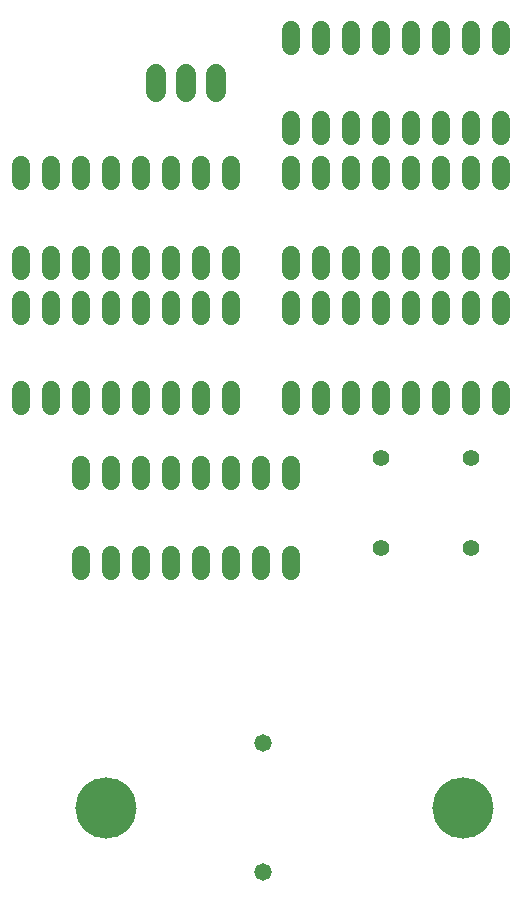
<source format=gbr>
G04 EAGLE Gerber RS-274X export*
G75*
%MOMM*%
%FSLAX34Y34*%
%LPD*%
%INSoldermask Bottom*%
%IPPOS*%
%AMOC8*
5,1,8,0,0,1.08239X$1,22.5*%
G01*
%ADD10C,1.524000*%
%ADD11C,1.727200*%
%ADD12C,1.473200*%
%ADD13C,5.181600*%
%ADD14C,1.411200*%


D10*
X-508000Y399796D02*
X-508000Y413004D01*
X-482600Y413004D02*
X-482600Y399796D01*
X-355600Y399796D02*
X-355600Y413004D01*
X-330200Y413004D02*
X-330200Y399796D01*
X-457200Y399796D02*
X-457200Y413004D01*
X-431800Y413004D02*
X-431800Y399796D01*
X-381000Y399796D02*
X-381000Y413004D01*
X-406400Y413004D02*
X-406400Y399796D01*
X-330200Y475996D02*
X-330200Y489204D01*
X-355600Y489204D02*
X-355600Y475996D01*
X-381000Y475996D02*
X-381000Y489204D01*
X-406400Y489204D02*
X-406400Y475996D01*
X-431800Y475996D02*
X-431800Y489204D01*
X-457200Y489204D02*
X-457200Y475996D01*
X-482600Y475996D02*
X-482600Y489204D01*
X-508000Y489204D02*
X-508000Y475996D01*
X-330200Y539496D02*
X-330200Y552704D01*
X-304800Y552704D02*
X-304800Y539496D01*
X-177800Y539496D02*
X-177800Y552704D01*
X-152400Y552704D02*
X-152400Y539496D01*
X-279400Y539496D02*
X-279400Y552704D01*
X-254000Y552704D02*
X-254000Y539496D01*
X-203200Y539496D02*
X-203200Y552704D01*
X-228600Y552704D02*
X-228600Y539496D01*
X-152400Y615696D02*
X-152400Y628904D01*
X-177800Y628904D02*
X-177800Y615696D01*
X-203200Y615696D02*
X-203200Y628904D01*
X-228600Y628904D02*
X-228600Y615696D01*
X-254000Y615696D02*
X-254000Y628904D01*
X-279400Y628904D02*
X-279400Y615696D01*
X-304800Y615696D02*
X-304800Y628904D01*
X-330200Y628904D02*
X-330200Y615696D01*
X-558800Y552704D02*
X-558800Y539496D01*
X-533400Y539496D02*
X-533400Y552704D01*
X-406400Y552704D02*
X-406400Y539496D01*
X-381000Y539496D02*
X-381000Y552704D01*
X-508000Y552704D02*
X-508000Y539496D01*
X-482600Y539496D02*
X-482600Y552704D01*
X-431800Y552704D02*
X-431800Y539496D01*
X-457200Y539496D02*
X-457200Y552704D01*
X-381000Y615696D02*
X-381000Y628904D01*
X-406400Y628904D02*
X-406400Y615696D01*
X-431800Y615696D02*
X-431800Y628904D01*
X-457200Y628904D02*
X-457200Y615696D01*
X-482600Y615696D02*
X-482600Y628904D01*
X-508000Y628904D02*
X-508000Y615696D01*
X-533400Y615696D02*
X-533400Y628904D01*
X-558800Y628904D02*
X-558800Y615696D01*
X-330200Y653796D02*
X-330200Y667004D01*
X-304800Y667004D02*
X-304800Y653796D01*
X-177800Y653796D02*
X-177800Y667004D01*
X-152400Y667004D02*
X-152400Y653796D01*
X-279400Y653796D02*
X-279400Y667004D01*
X-254000Y667004D02*
X-254000Y653796D01*
X-203200Y653796D02*
X-203200Y667004D01*
X-228600Y667004D02*
X-228600Y653796D01*
X-152400Y729996D02*
X-152400Y743204D01*
X-177800Y743204D02*
X-177800Y729996D01*
X-203200Y729996D02*
X-203200Y743204D01*
X-228600Y743204D02*
X-228600Y729996D01*
X-254000Y729996D02*
X-254000Y743204D01*
X-279400Y743204D02*
X-279400Y729996D01*
X-304800Y729996D02*
X-304800Y743204D01*
X-330200Y743204D02*
X-330200Y729996D01*
X-558800Y667004D02*
X-558800Y653796D01*
X-533400Y653796D02*
X-533400Y667004D01*
X-406400Y667004D02*
X-406400Y653796D01*
X-381000Y653796D02*
X-381000Y667004D01*
X-508000Y667004D02*
X-508000Y653796D01*
X-482600Y653796D02*
X-482600Y667004D01*
X-431800Y667004D02*
X-431800Y653796D01*
X-457200Y653796D02*
X-457200Y667004D01*
X-381000Y729996D02*
X-381000Y743204D01*
X-406400Y743204D02*
X-406400Y729996D01*
X-431800Y729996D02*
X-431800Y743204D01*
X-457200Y743204D02*
X-457200Y729996D01*
X-482600Y729996D02*
X-482600Y743204D01*
X-508000Y743204D02*
X-508000Y729996D01*
X-533400Y729996D02*
X-533400Y743204D01*
X-558800Y743204D02*
X-558800Y729996D01*
X-330200Y768096D02*
X-330200Y781304D01*
X-304800Y781304D02*
X-304800Y768096D01*
X-177800Y768096D02*
X-177800Y781304D01*
X-152400Y781304D02*
X-152400Y768096D01*
X-279400Y768096D02*
X-279400Y781304D01*
X-254000Y781304D02*
X-254000Y768096D01*
X-203200Y768096D02*
X-203200Y781304D01*
X-228600Y781304D02*
X-228600Y768096D01*
X-152400Y844296D02*
X-152400Y857504D01*
X-177800Y857504D02*
X-177800Y844296D01*
X-203200Y844296D02*
X-203200Y857504D01*
X-228600Y857504D02*
X-228600Y844296D01*
X-254000Y844296D02*
X-254000Y857504D01*
X-279400Y857504D02*
X-279400Y844296D01*
X-304800Y844296D02*
X-304800Y857504D01*
X-330200Y857504D02*
X-330200Y844296D01*
D11*
X-444500Y820420D02*
X-444500Y805180D01*
X-419100Y805180D02*
X-419100Y820420D01*
X-393700Y820420D02*
X-393700Y805180D01*
D12*
X-354584Y145034D03*
X-354584Y254000D03*
D13*
X-185166Y199390D03*
X-486918Y199390D03*
D14*
X-254000Y419100D03*
X-177800Y419100D03*
X-254000Y495300D03*
X-177800Y495300D03*
M02*

</source>
